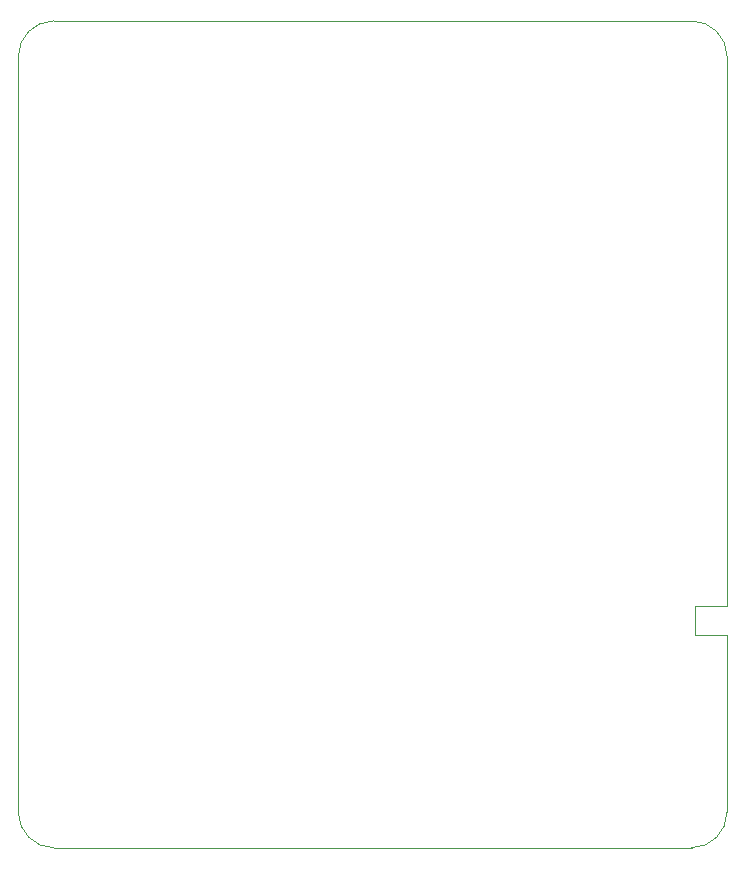
<source format=gm1>
G04 #@! TF.GenerationSoftware,KiCad,Pcbnew,5.1.2-f72e74a~84~ubuntu18.04.1*
G04 #@! TF.CreationDate,2019-06-22T18:56:12+05:30*
G04 #@! TF.ProjectId,mc60,6d633630-2e6b-4696-9361-645f70636258,rev?*
G04 #@! TF.SameCoordinates,PX41cdb40PY7bfa480*
G04 #@! TF.FileFunction,Profile,NP*
%FSLAX46Y46*%
G04 Gerber Fmt 4.6, Leading zero omitted, Abs format (unit mm)*
G04 Created by KiCad (PCBNEW 5.1.2-f72e74a~84~ubuntu18.04.1) date 2019-06-22 18:56:12*
%MOMM*%
%LPD*%
G04 APERTURE LIST*
%ADD10C,0.100000*%
G04 APERTURE END LIST*
D10*
X60000000Y18000000D02*
X60000000Y3000000D01*
X57250000Y18000000D02*
X60000000Y18000000D01*
X57250000Y20500000D02*
X57250000Y18000000D01*
X60000000Y20500000D02*
X57250000Y20500000D01*
X57000000Y70000000D02*
G75*
G02X60000000Y67000000I0J-3000000D01*
G01*
X0Y67000000D02*
G75*
G02X3000000Y70000000I3000000J0D01*
G01*
X3000000Y0D02*
G75*
G02X0Y3000000I0J3000000D01*
G01*
X60000000Y3000000D02*
G75*
G02X57000000Y0I-3000000J0D01*
G01*
X0Y67000000D02*
X0Y3000000D01*
X57000000Y70000000D02*
X3000000Y70000000D01*
X60000000Y20500000D02*
X60000000Y67000000D01*
X3000000Y0D02*
X57000000Y0D01*
M02*

</source>
